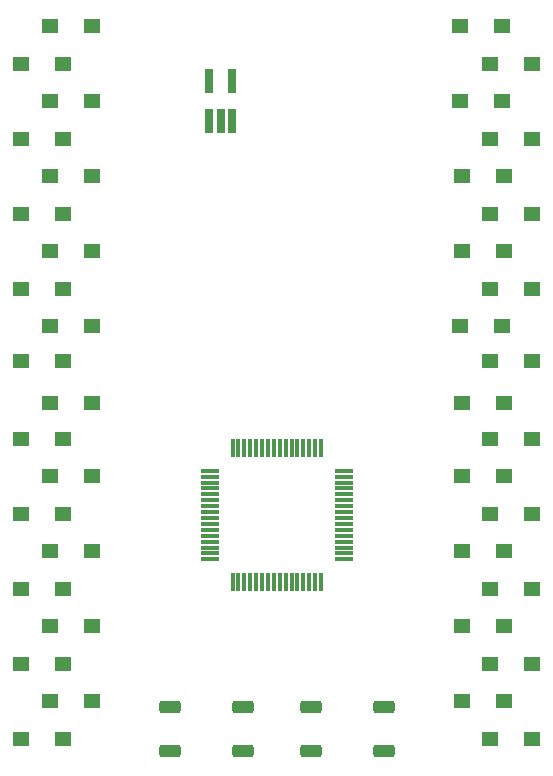
<source format=gbr>
%TF.GenerationSoftware,KiCad,Pcbnew,(7.0.0)*%
%TF.CreationDate,2024-02-11T13:39:39+01:00*%
%TF.ProjectId,LeSTMovoz,4c655354-4d6f-4766-9f7a-2e6b69636164,rev?*%
%TF.SameCoordinates,Original*%
%TF.FileFunction,Paste,Top*%
%TF.FilePolarity,Positive*%
%FSLAX46Y46*%
G04 Gerber Fmt 4.6, Leading zero omitted, Abs format (unit mm)*
G04 Created by KiCad (PCBNEW (7.0.0)) date 2024-02-11 13:39:39*
%MOMM*%
%LPD*%
G01*
G04 APERTURE LIST*
G04 Aperture macros list*
%AMRoundRect*
0 Rectangle with rounded corners*
0 $1 Rounding radius*
0 $2 $3 $4 $5 $6 $7 $8 $9 X,Y pos of 4 corners*
0 Add a 4 corners polygon primitive as box body*
4,1,4,$2,$3,$4,$5,$6,$7,$8,$9,$2,$3,0*
0 Add four circle primitives for the rounded corners*
1,1,$1+$1,$2,$3*
1,1,$1+$1,$4,$5*
1,1,$1+$1,$6,$7*
1,1,$1+$1,$8,$9*
0 Add four rect primitives between the rounded corners*
20,1,$1+$1,$2,$3,$4,$5,0*
20,1,$1+$1,$4,$5,$6,$7,0*
20,1,$1+$1,$6,$7,$8,$9,0*
20,1,$1+$1,$8,$9,$2,$3,0*%
G04 Aperture macros list end*
%ADD10R,1.400000X1.300000*%
%ADD11RoundRect,0.275000X-0.625000X-0.275000X0.625000X-0.275000X0.625000X0.275000X-0.625000X0.275000X0*%
%ADD12R,0.650000X2.000000*%
%ADD13RoundRect,0.075000X0.075000X-0.700000X0.075000X0.700000X-0.075000X0.700000X-0.075000X-0.700000X0*%
%ADD14RoundRect,0.075000X0.700000X-0.075000X0.700000X0.075000X-0.700000X0.075000X-0.700000X-0.075000X0*%
%ADD15RoundRect,0.275000X0.625000X0.275000X-0.625000X0.275000X-0.625000X-0.275000X0.625000X-0.275000X0*%
G04 APERTURE END LIST*
D10*
%TO.C,D6*%
X160768749Y-31749999D03*
X164318749Y-31749999D03*
%TD*%
D11*
%TO.C,RST1*%
X148112500Y-89431250D03*
X154312500Y-89431250D03*
X148112500Y-93131250D03*
X154312500Y-93131250D03*
%TD*%
D10*
%TO.C,D4*%
X127187499Y-34924999D03*
X123637499Y-34924999D03*
%TD*%
%TO.C,D12*%
X129568749Y-50799999D03*
X126018749Y-50799999D03*
%TD*%
%TO.C,D3*%
X129568749Y-38099999D03*
X126018749Y-38099999D03*
%TD*%
%TO.C,D8*%
X160768749Y-38099999D03*
X164318749Y-38099999D03*
%TD*%
%TO.C,D16*%
X163324999Y-60124999D03*
X166874999Y-60124999D03*
%TD*%
%TO.C,D9*%
X163324999Y-41274999D03*
X166874999Y-41274999D03*
%TD*%
%TO.C,D24*%
X127187499Y-66674999D03*
X123637499Y-66674999D03*
%TD*%
%TO.C,D38*%
X163324999Y-85724999D03*
X166874999Y-85724999D03*
%TD*%
%TO.C,D29*%
X163324999Y-73024999D03*
X166874999Y-73024999D03*
%TD*%
%TO.C,D18*%
X163324999Y-53974999D03*
X166874999Y-53974999D03*
%TD*%
%TO.C,D7*%
X163324999Y-34924999D03*
X166874999Y-34924999D03*
%TD*%
%TO.C,D34*%
X129568749Y-88899999D03*
X126018749Y-88899999D03*
%TD*%
%TO.C,D20*%
X163324999Y-47624999D03*
X166874999Y-47624999D03*
%TD*%
%TO.C,D13*%
X127187499Y-53974999D03*
X123637499Y-53974999D03*
%TD*%
%TO.C,D15*%
X127187499Y-60124999D03*
X123637499Y-60124999D03*
%TD*%
%TO.C,D33*%
X127187499Y-85724999D03*
X123637499Y-85724999D03*
%TD*%
%TO.C,D10*%
X160943749Y-44449999D03*
X164493749Y-44449999D03*
%TD*%
%TO.C,D36*%
X163324999Y-92074999D03*
X166874999Y-92074999D03*
%TD*%
%TO.C,D19*%
X160943749Y-50799999D03*
X164493749Y-50799999D03*
%TD*%
%TO.C,D5*%
X129568749Y-31749999D03*
X126018749Y-31749999D03*
%TD*%
%TO.C,D23*%
X129568749Y-69849999D03*
X126018749Y-69849999D03*
%TD*%
%TO.C,D27*%
X163324999Y-66674999D03*
X166874999Y-66674999D03*
%TD*%
%TO.C,D2*%
X127187499Y-41274999D03*
X123637499Y-41274999D03*
%TD*%
%TO.C,D39*%
X160943749Y-82549999D03*
X164493749Y-82549999D03*
%TD*%
%TO.C,D17*%
X160768749Y-57149999D03*
X164318749Y-57149999D03*
%TD*%
%TO.C,D40*%
X163324999Y-79374999D03*
X166874999Y-79374999D03*
%TD*%
%TO.C,D1*%
X129568749Y-44449999D03*
X126018749Y-44449999D03*
%TD*%
%TO.C,D30*%
X160943749Y-76199999D03*
X164493749Y-76199999D03*
%TD*%
D12*
%TO.C,U3*%
X139543749Y-39809999D03*
X140493749Y-39809999D03*
X141443749Y-39809999D03*
X141443749Y-36389999D03*
X139543749Y-36389999D03*
%TD*%
D10*
%TO.C,D31*%
X127187499Y-79374999D03*
X123637499Y-79374999D03*
%TD*%
%TO.C,D28*%
X160943749Y-69849999D03*
X164493749Y-69849999D03*
%TD*%
%TO.C,D11*%
X127187499Y-47624999D03*
X123637499Y-47624999D03*
%TD*%
%TO.C,D37*%
X160943749Y-88899999D03*
X164493749Y-88899999D03*
%TD*%
%TO.C,D21*%
X129568749Y-76199999D03*
X126018749Y-76199999D03*
%TD*%
D13*
%TO.C,U1*%
X141506250Y-78828090D03*
X142006250Y-78828090D03*
X142506250Y-78828090D03*
X143006250Y-78828090D03*
X143506250Y-78828090D03*
X144006250Y-78828090D03*
X144506250Y-78828090D03*
X145006250Y-78828090D03*
X145506250Y-78828090D03*
X146006250Y-78828090D03*
X146506250Y-78828090D03*
X147006250Y-78828090D03*
X147506250Y-78828090D03*
X148006250Y-78828090D03*
X148506250Y-78828090D03*
X149006250Y-78828090D03*
D14*
X150931250Y-76903090D03*
X150931250Y-76403090D03*
X150931250Y-75903090D03*
X150931250Y-75403090D03*
X150931250Y-74903090D03*
X150931250Y-74403090D03*
X150931250Y-73903090D03*
X150931250Y-73403090D03*
X150931250Y-72903090D03*
X150931250Y-72403090D03*
X150931250Y-71903090D03*
X150931250Y-71403090D03*
X150931250Y-70903090D03*
X150931250Y-70403090D03*
X150931250Y-69903090D03*
X150931250Y-69403090D03*
D13*
X149006250Y-67478090D03*
X148506250Y-67478090D03*
X148006250Y-67478090D03*
X147506250Y-67478090D03*
X147006250Y-67478090D03*
X146506250Y-67478090D03*
X146006250Y-67478090D03*
X145506250Y-67478090D03*
X145006250Y-67478090D03*
X144506250Y-67478090D03*
X144006250Y-67478090D03*
X143506250Y-67478090D03*
X143006250Y-67478090D03*
X142506250Y-67478090D03*
X142006250Y-67478090D03*
X141506250Y-67478090D03*
D14*
X139581250Y-69403090D03*
X139581250Y-69903090D03*
X139581250Y-70403090D03*
X139581250Y-70903090D03*
X139581250Y-71403090D03*
X139581250Y-71903090D03*
X139581250Y-72403090D03*
X139581250Y-72903090D03*
X139581250Y-73403090D03*
X139581250Y-73903090D03*
X139581250Y-74403090D03*
X139581250Y-74903090D03*
X139581250Y-75403090D03*
X139581250Y-75903090D03*
X139581250Y-76403090D03*
X139581250Y-76903090D03*
%TD*%
D10*
%TO.C,D25*%
X129568749Y-63699999D03*
X126018749Y-63699999D03*
%TD*%
%TO.C,D22*%
X127187499Y-73024999D03*
X123637499Y-73024999D03*
%TD*%
%TO.C,D32*%
X129568749Y-82549999D03*
X126018749Y-82549999D03*
%TD*%
%TO.C,D14*%
X129568749Y-57149999D03*
X126018749Y-57149999D03*
%TD*%
D15*
%TO.C,SW1*%
X142400000Y-93131250D03*
X136200000Y-93131250D03*
X142400000Y-89431250D03*
X136200000Y-89431250D03*
%TD*%
D10*
%TO.C,D35*%
X127187499Y-92074999D03*
X123637499Y-92074999D03*
%TD*%
%TO.C,D26*%
X160943749Y-63699999D03*
X164493749Y-63699999D03*
%TD*%
M02*

</source>
